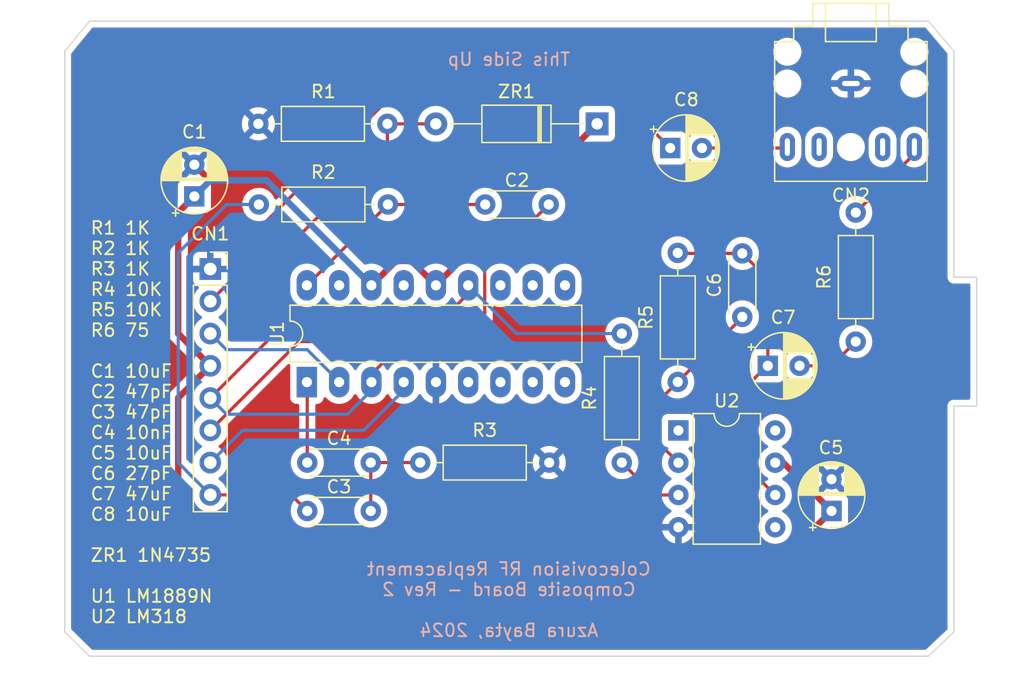
<source format=kicad_pcb>
(kicad_pcb (version 20211014) (generator pcbnew)

  (general
    (thickness 1.6)
  )

  (paper "A4")
  (layers
    (0 "F.Cu" signal)
    (31 "B.Cu" signal)
    (32 "B.Adhes" user "B.Adhesive")
    (33 "F.Adhes" user "F.Adhesive")
    (34 "B.Paste" user)
    (35 "F.Paste" user)
    (36 "B.SilkS" user "B.Silkscreen")
    (37 "F.SilkS" user "F.Silkscreen")
    (38 "B.Mask" user)
    (39 "F.Mask" user)
    (40 "Dwgs.User" user "User.Drawings")
    (41 "Cmts.User" user "User.Comments")
    (42 "Eco1.User" user "User.Eco1")
    (43 "Eco2.User" user "User.Eco2")
    (44 "Edge.Cuts" user)
    (45 "Margin" user)
    (46 "B.CrtYd" user "B.Courtyard")
    (47 "F.CrtYd" user "F.Courtyard")
    (48 "B.Fab" user)
    (49 "F.Fab" user)
    (50 "User.1" user)
    (51 "User.2" user)
    (52 "User.3" user)
    (53 "User.4" user)
    (54 "User.5" user)
    (55 "User.6" user)
    (56 "User.7" user)
    (57 "User.8" user)
    (58 "User.9" user)
  )

  (setup
    (pad_to_mask_clearance 0)
    (pcbplotparams
      (layerselection 0x00010fc_ffffffff)
      (disableapertmacros false)
      (usegerberextensions false)
      (usegerberattributes true)
      (usegerberadvancedattributes true)
      (creategerberjobfile true)
      (svguseinch false)
      (svgprecision 6)
      (excludeedgelayer true)
      (plotframeref false)
      (viasonmask false)
      (mode 1)
      (useauxorigin false)
      (hpglpennumber 1)
      (hpglpenspeed 20)
      (hpglpendiameter 15.000000)
      (dxfpolygonmode true)
      (dxfimperialunits true)
      (dxfusepcbnewfont true)
      (psnegative false)
      (psa4output false)
      (plotreference true)
      (plotvalue true)
      (plotinvisibletext false)
      (sketchpadsonfab false)
      (subtractmaskfromsilk false)
      (outputformat 1)
      (mirror false)
      (drillshape 1)
      (scaleselection 1)
      (outputdirectory "")
    )
  )

  (net 0 "")
  (net 1 "GND")
  (net 2 "Net-(C-J1-Pad2)")
  (net 3 "Net-(C-J1-Pad4)")
  (net 4 "Net-(C2-Pad1)")
  (net 5 "Net-(C3-Pad1)")
  (net 6 "Net-(C-J1-Pad3)")
  (net 7 "Net-(C2-Pad2)")
  (net 8 "Net-(C3-Pad2)")
  (net 9 "Net-(C4-Pad2)")
  (net 10 "Net-(R5-Pad1)")
  (net 11 "Net-(R5-Pad2)")
  (net 12 "Net-(C-J1-Pad7)")
  (net 13 "Net-(C7-Pad2)")
  (net 14 "Net-(R4-Pad2)")
  (net 15 "unconnected-(U1-Pad6)")
  (net 16 "unconnected-(U1-Pad7)")
  (net 17 "unconnected-(U1-Pad8)")
  (net 18 "Net-(C-J1-Pad6)")
  (net 19 "unconnected-(U1-Pad9)")
  (net 20 "unconnected-(U1-Pad10)")
  (net 21 "unconnected-(U1-Pad11)")
  (net 22 "unconnected-(U1-Pad12)")
  (net 23 "unconnected-(U1-Pad15)")
  (net 24 "unconnected-(U1-Pad17)")
  (net 25 "unconnected-(U2-Pad1)")
  (net 26 "unconnected-(U2-Pad5)")
  (net 27 "unconnected-(U2-Pad8)")
  (net 28 "VOut")
  (net 29 "AOut")

  (footprint "Capacitor_THT:C_Disc_D4.3mm_W1.9mm_P5.00mm" (layer "F.Cu") (at 37.385 50.165 180))

  (footprint "Capacitor_THT:C_Disc_D4.3mm_W1.9mm_P5.00mm" (layer "F.Cu") (at 32.385 53.975))

  (footprint "Package_DIP:DIP-18_W7.62mm_LongPads" (layer "F.Cu") (at 32.355 43.83 90))

  (footprint "Capacitor_THT:CP_Radial_D5.0mm_P2.50mm" (layer "F.Cu") (at 60.96 25.4))

  (footprint "Resistor_THT:R_Axial_DIN0207_L6.3mm_D2.5mm_P10.16mm_Horizontal" (layer "F.Cu") (at 57.15 40.005 -90))

  (footprint "Connector_PinSocket_2.54mm:PinSocket_1x08_P2.54mm_Vertical" (layer "F.Cu") (at 24.75 34.925))

  (footprint "Connector_Audio:Jack_3.5mm_CUI_SJ1-3525N_Horizontal" (layer "F.Cu") (at 75.184 20.32 180))

  (footprint "Capacitor_THT:CP_Radial_D5.0mm_P2.50mm" (layer "F.Cu") (at 73.66 53.975 90))

  (footprint "Diode_THT:D_A-405_P12.70mm_Horizontal" (layer "F.Cu") (at 55.205 23.495 180))

  (footprint "Capacitor_THT:CP_Radial_D5.0mm_P2.50mm" (layer "F.Cu") (at 68.644888 42.545))

  (footprint "Resistor_THT:R_Axial_DIN0207_L6.3mm_D2.5mm_P10.16mm_Horizontal" (layer "F.Cu") (at 28.535 23.495))

  (footprint "Capacitor_THT:CP_Radial_D5.0mm_P2.50mm" (layer "F.Cu") (at 23.495 29.21 90))

  (footprint "Resistor_THT:R_Axial_DIN0207_L6.3mm_D2.5mm_P10.16mm_Horizontal" (layer "F.Cu") (at 38.735 29.845 180))

  (footprint "Resistor_THT:R_Axial_DIN0207_L6.3mm_D2.5mm_P10.16mm_Horizontal" (layer "F.Cu") (at 61.555 43.815 90))

  (footprint "Resistor_THT:R_Axial_DIN0207_L6.3mm_D2.5mm_P10.16mm_Horizontal" (layer "F.Cu") (at 51.435 50.165 180))

  (footprint "Capacitor_THT:C_Disc_D4.3mm_W1.9mm_P5.00mm" (layer "F.Cu") (at 66.635 38.695 90))

  (footprint "Resistor_THT:R_Axial_DIN0207_L6.3mm_D2.5mm_P10.16mm_Horizontal" (layer "F.Cu") (at 75.565 40.64 90))

  (footprint "Package_DIP:DIP-8_W7.62mm" (layer "F.Cu") (at 61.605 47.635))

  (footprint "Capacitor_THT:C_Disc_D4.3mm_W1.9mm_P5.00mm" (layer "F.Cu") (at 51.395 29.845 180))

  (footprint "CustomFootprints:Basic Ass Solder Pad" (layer "B.Cu") (at 64.77 62.23 180))

  (footprint "CustomFootprints:Basic Ass Solder Pad" (layer "B.Cu") (at 31.75 18.542 180))

  (footprint "CustomFootprints:Basic Ass Solder Pad" (layer "B.Cu") (at 31.75 62.23 180))

  (footprint "CustomFootprints:Basic Ass Solder Pad" (layer "B.Cu") (at 64.77 18.542 180))

  (footprint "CustomFootprints:Basic Ass Solder Pad" (layer "B.Cu") (at 16.51 40.64 180))

  (footprint "CustomFootprints:Basic Ass Solder Pad" (layer "B.Cu") (at 80.518 40.64 180))

  (gr_line (start 13.295 17.78) (end 15.24 15.405) (layer "Edge.Cuts") (width 0.1) (tstamp 0c3a5b51-ff57-4275-94ac-3f9c682b6c78))
  (gr_line (start 15.24 15.405) (end 81.28 15.405) (layer "Edge.Cuts") (width 0.1) (tstamp 255b6a48-cb32-4004-bf95-9cf9325a4cba))
  (gr_line (start 81.28 65.405) (end 83.295 63.5) (layer "Edge.Cuts") (width 0.1) (tstamp 3c9d5989-c2b0-47b5-ae63-ea0b85853d4a))
  (gr_line (start 13.295 63.5) (end 13.295 17.78) (layer "Edge.Cuts") (width 0.1) (tstamp 5d4a7816-5ccb-4e21-b2c3-9d7c2ae3e05a))
  (gr_line (start 81.28 65.405) (end 15.24 65.405) (layer "Edge.Cuts") (width 0.1) (tstamp 698e51c3-445a-4ce2-8364-5298d9f48d09))
  (gr_line (start 83.295 45.72) (end 83.295 63.5) (layer "Edge.Cuts") (width 0.1) (tstamp 6ba1b658-d48f-466d-b2c7-10d4c4606941))
  (gr_line (start 85.09 35.56) (end 83.295 35.56) (layer "Edge.Cuts") (width 0.1) (tstamp 728181c4-0985-4bbd-bdb6-9fa7bc49b04f))
  (gr_line (start 15.24 65.405) (end 13.295 63.5) (layer "Edge.Cuts") (width 0.1) (tstamp ae8cb0c0-0a84-4a15-a810-fff882678349))
  (gr_line (start 83.295 45.72) (end 85.09 45.72) (layer "Edge.Cuts") (width 0.1) (tstamp ae8f6810-da97-442b-8d4a-f3b148749bd0))
  (gr_line (start 83.295 17.78) (end 83.295 35.56) (layer "Edge.Cuts") (width 0.1) (tstamp b2aacd03-cfb4-4a8c-be1c-8c8725439b2d))
  (gr_line (start 85.09 45.72) (end 85.09 35.56) (layer "Edge.Cuts") (width 0.1) (tstamp e8e2ea30-84e7-43e1-bf8f-06a8644d950a))
  (gr_line (start 83.295 17.78) (end 81.28 15.405) (layer "Edge.Cuts") (width 0.1) (tstamp ee9e7464-0e5a-44fa-b26d-88371579710c))
  (gr_text "This Side Up" (at 48.26 18.415) (layer "B.SilkS") (tstamp 1e8cd021-912e-4b63-8222-3025c15bc12c)
    (effects (font (size 1 1) (thickness 0.15)) (justify mirror))
  )
  (gr_text "Colecovision RF Replacement\nComposite Board - Rev 2\n\nAzura Bayta, 2024" (at 48.26 60.96) (layer "B.SilkS") (tstamp c2dbb30b-b7c8-4f18-ae2d-8dea3a28db48)
    (effects (font (size 1 1) (thickness 0.15)) (justify mirror))
  )
  (gr_text "R1 1K\nR2 1K\nR3 1K\nR4 10K\nR5 10K\nR6 75\n\nC1 10uF\nC2 47pF\nC3 47pF\nC4 10nF\nC5 10uF\nC6 27pF\nC7 47uF\nC8 10uF\n\nZR1 1N4735\n\nU1 LM1889N\nU2 LM318" (at 15.24 46.99) (layer "F.SilkS") (tstamp 979c51e5-6225-499f-975f-ab4f4eccb2a1)
    (effects (font (size 1 1) (thickness 0.15)) (justify left))
  )

  (segment (start 24.75 34.95) (end 24.75 34.925) (width 0.25) (layer "F.Cu") (net 1) (tstamp 15272aa1-7a5f-49fe-a970-2a812e8ab7b4))
  (segment (start 38.735 21.59) (end 57.15 21.59) (width 0.25) (layer "F.Cu") (net 2) (tstamp 00bdf0b9-202a-44e9-b794-4c1ab759a299))
  (segment (start 57.15 21.59) (end 60.96 25.4) (width 0.25) (layer "F.Cu") (net 2) (tstamp 451d20b5-9f34-45b7-8fa7-01b99decd3f1))
  (segment (start 24.75 37.465) (end 26.655 35.56) (width 0.25) (layer "F.Cu") (net 2) (tstamp 4d96412d-c7a6-4203-b0b5-1418211393c8))
  (segment (start 26.67 35.56) (end 26.67 33.655) (width 0.25) (layer "F.Cu") (net 2) (tstamp b89091d5-1a35-4faf-8245-ca76928ca0c5))
  (segment (start 26.655 35.56) (end 26.67 35.56) (width 0.25) (layer "F.Cu") (net 2) (tstamp da2567d0-bb9f-41da-97cf-67efff57ab06))
  (segment (start 26.67 33.655) (end 38.735 21.59) (width 0.25) (layer "F.Cu") (net 2) (tstamp f250da8e-4936-4b33-aa5d-a8ae7d9fc101))
  (segment (start 24.75 42.545) (end 22.86 40.655) (width 0.5) (layer "F.Cu") (net 3) (tstamp 0168f591-9231-40c4-a676-2a9026fe5997))
  (segment (start 22.86 40.64) (end 22.225 40.005) (width 0.5) (layer "F.Cu") (net 3) (tstamp 0c6eeb1c-9e55-4c18-82c9-5162e2d05d80))
  (segment (start 22.225 45.07) (end 22.225 52.575226) (width 0.5) (layer "F.Cu") (net 3) (tstamp 347357bb-46d1-4de7-b786-df60761916c0))
  (segment (start 27.434774 57.785) (end 69.85 57.785) (width 0.5) (layer "F.Cu") (net 3) (tstamp 34d8d1ed-6a0d-47a0-92f5-10f50dad5c79))
  (segment (start 22.225 30.48) (end 23.495 29.21) (width 0.5) (layer "F.Cu") (net 3) (tstamp 36910084-ca6a-4e6b-9946-dd5f13a6382d))
  (segment (start 37.45 36.21) (end 39.37 34.29) (width 0.5) (layer "F.Cu") (net 3) (tstamp 57d79253-248d-4da3-9645-0fd587b49f52))
  (segment (start 69.85 50.165) (end 69.235 50.165) (width 0.5) (layer "F.Cu") (net 3) (tstamp 59abf59c-6b5e-4783-a09f-bc7ee9fca161))
  (segment (start 39.37 34.29) (end 40.595 34.29) (width 0.5) (layer "F.Cu") (net 3) (tstamp 5d3ea5dd-81ea-4cb3-a32d-1b51a7f62c83))
  (segment (start 37.435 36.21) (end 37.45 36.21) (width 0.5) (layer "F.Cu") (net 3) (tstamp 7bf5f465-c2f6-4f35-85bc-4878d1efb2d5))
  (segment (start 69.85 57.785) (end 73.66 53.975) (width 0.5) (layer "F.Cu") (net 3) (tstamp 80c039bf-ba47-46c5-b044-f64cb4dad383))
  (segment (start 24.75 42.545) (end 22.225 45.07) (width 0.5) (layer "F.Cu") (net 3) (tstamp 8c7df966-8213-4ecb-8d69-cf3830b41c54))
  (segment (start 73.66 53.975) (end 69.85 50.165) (width 0.5) (layer "F.Cu") (net 3) (tstamp 951af5b7-be07-478a-b9e7-689f4ab028c2))
  (segment (start 22.86 40.655) (end 22.86 40.64) (width 0.5) (layer "F.Cu") (net 3) (tstamp 95bfddf8-8633-4e4a-925d-1440d59b1742))
  (segment (start 42.515 36.185) (end 55.205 23.495) (width 0.5) (layer "F.Cu") (net 3) (tstamp 96e2318d-aaaf-440c-8dc9-9dbd7e4318a7))
  (segment (start 69.235 50.165) (end 69.225 50.175) (width 0.5) (layer "F.Cu") (net 3) (tstamp a1c6adbe-979f-42ac-b48b-1a1bbcc1e68f))
  (segment (start 42.515 36.21) (end 42.515 36.185) (width 0.5) (layer "F.Cu") (net 3) (tstamp abccf0d9-1b3f-4d50-8583-29e4ec53963f))
  (segment (start 22.225 52.575226) (end 27.434774 57.785) (width 0.5) (layer "F.Cu") (net 3) (tstamp c9354e69-f2e6-4368-a2a9-de7c77d82160))
  (segment (start 40.595 34.29) (end 42.515 36.21) (width 0.5) (layer "F.Cu") (net 3) (tstamp ce51d1cc-2d8e-4e7e-8cd0-118e4ee5900e))
  (segment (start 22.225 40.005) (end 22.225 30.48) (width 0.5) (layer "F.Cu") (net 3) (tstamp dbf2711c-878f-4264-82cd-e0548111dde0))
  (segment (start 29.165 27.94) (end 24.765 27.94) (width 0.5) (layer "B.Cu") (net 3) (tstamp 2feb671f-98a4-4235-be6d-f0e34de855ac))
  (segment (start 24.765 27.94) (end 23.495 29.21) (width 0.5) (layer "B.Cu") (net 3) (tstamp bdfd45fa-5963-403b-93dd-46ad05bc1255))
  (segment (start 37.435 36.21) (end 29.165 27.94) (width 0.5) (layer "B.Cu") (net 3) (tstamp d0347578-bed8-4101-ad53-b7cb08181227))
  (segment (start 37.435 43.83) (end 37.435 43.21) (width 0.25) (layer "F.Cu") (net 4) (tstamp 20f42d46-c0af-4bd9-a8cd-50e03c24f910))
  (segment (start 44.45 40.64) (end 46.355 38.735) (width 0.25) (layer "F.Cu") (net 4) (tstamp 36b523d6-1567-4ca0-bbad-d0da782177b5))
  (segment (start 38.695 23.495) (end 42.505 23.495) (width 0.25) (layer "F.Cu") (net 4) (tstamp 4f98919c-3c53-4e3e-9509-238fbbdeb43e))
  (segment (start 38.695 25.36) (end 38.695 23.495) (width 0.25) (layer "F.Cu") (net 4) (tstamp 55b3ad09-ab92-4ff2-8ac9-90540c35869f))
  (segment (start 24.75 45.085) (end 29.21 40.625) (width 0.25) (layer "F.Cu") (net 4) (tstamp 77bf061a-f70b-4010-885e-40942d8290f0))
  (segment (start 37.435 43.21) (end 40.005 40.64) (width 0.25) (layer "F.Cu") (net 4) (tstamp 77d41709-7609-4d95-8862-e7eb99e5710b))
  (segment (start 40.005 40.64) (end 44.45 40.64) (width 0.25) (layer "F.Cu") (net 4) (tstamp 8aa35409-9565-4d6a-aa68-ba99e72fa5cb))
  (segment (start 46.355 38.735) (end 46.355 34.885) (width 0.25) (layer "F.Cu") (net 4) (tstamp 8b443cbb-98d6-43b2-8831-59a6b94f4ded))
  (segment (start 46.355 34.885) (end 51.395 29.845) (width 0.25) (layer "F.Cu") (net 4) (tstamp 90208129-a119-4c27-bfef-56540d576569))
  (segment (start 29.21 40.625) (end 29.21 34.845) (width 0.25) (layer "F.Cu") (net 4) (tstamp e9f8dc9d-66aa-40cd-8a55-9f588a225893))
  (segment (start 29.21 34.845) (end 38.695 25.36) (width 0.25) (layer "F.Cu") (net 4) (tstamp fed435f7-0a0a-44ea-9761-fe760352c33c))
  (segment (start 37.435 44.48) (end 35.56 46.355) (width 0.25) (layer "B.Cu") (net 4) (tstamp 1bd9075c-f2cb-46ac-b589-5b7580a6203a))
  (segment (start 37.435 43.83) (end 37.435 44.48) (width 0.25) (layer "B.Cu") (net 4) (tstamp 7fd0d9ab-49be-426f-81a2-ea95be4cb9d2))
  (segment (start 35.56 46.355) (end 26.02 46.355) (width 0.25) (layer "B.Cu") (net 4) (tstamp a7a231b8-05c7-4b80-8fa7-032628570182))
  (segment (start 26.02 46.355) (end 24.75 45.085) (width 0.25) (layer "B.Cu") (net 4) (tstamp bcf7b73a-24f3-4ba3-9899-083b869fbd6e))
  (segment (start 32.385 53.975) (end 31.115 52.705) (width 0.25) (layer "F.Cu") (net 5) (tstamp 2142e688-ca6d-4fcd-99bd-0a3e1a08e5df))
  (segment (start 31.115 52.705) (end 24.75 52.705) (width 0.25) (layer "F.Cu") (net 5) (tstamp 8ee071bc-1474-4613-8bd7-752f3889a637))
  (segment (start 28.575 29.845) (end 26.035 29.845) (width 0.25) (layer "B.Cu") (net 5) (tstamp 21b675b6-b330-4230-a3c0-0a8bb69248c2))
  (segment (start 22.225 50.165) (end 22.86 50.8) (width 0.25) (layer "B.Cu") (net 5) (tstamp 2ffc05c8-9432-490e-8f07-8698e62e1ec6))
  (segment (start 22.225 33.655) (end 22.225 50.165) (width 0.25) (layer "B.Cu") (net 5) (tstamp 6958c35b-17ff-46e9-a385-0ad8d8f763a2))
  (segment (start 26.035 29.845) (end 22.225 33.655) (width 0.25) (layer "B.Cu") (net 5) (tstamp 7bf30916-433d-4054-977a-4128a542a410))
  (segment (start 24.75 52.705) (end 22.86 50.815) (width 0.25) (layer "B.Cu") (net 5) (tstamp 8d52d9cb-4103-4bd3-be8c-0573456159b9))
  (segment (start 32.385 41.275) (end 34.895 43.785) (width 0.25) (layer "B.Cu") (net 6) (tstamp 11802b7a-cc84-4436-b729-62a579492bde))
  (segment (start 24.75 40.005) (end 26.0275 41.2825) (width 0.25) (layer "B.Cu") (net 6) (tstamp 3e13584c-8ae7-4368-9354-f3b8269b3ce5))
  (segment (start 26.0275 41.2825) (end 26.035 41.275) (width 0.25) (layer "B.Cu") (net 6) (tstamp 48573f88-794b-45ee-ae7f-b62a638072d6))
  (segment (start 26.035 41.275) (end 32.385 41.275) (width 0.25) (layer "B.Cu") (net 6) (tstamp 57197d45-9629-4383-a9ed-76b8ddeea09c))
  (segment (start 34.895 43.785) (end 34.895 43.83) (width 0.25) (layer "B.Cu") (net 6) (tstamp f4fc9250-698a-46fd-affb-d0e743854213))
  (segment (start 38.735 29.845) (end 46.395 29.845) (width 0.25) (layer "F.Cu") (net 7) (tstamp 03591a71-bf61-4312-81fc-c2ec37d5ce0c))
  (segment (start 38.735 29.845) (end 35.56 33.02) (width 0.25) (layer "F.Cu") (net 7) (tstamp 1de6bb20-a370-4754-ad5b-c3f2a6bb5e91))
  (segment (start 35.545 33.02) (end 32.355 36.21) (width 0.25) (layer "F.Cu") (net 7) (tstamp 5336ec9b-daa8-4be8-b6a9-b87951641b55))
  (segment (start 35.56 33.02) (end 35.545 33.02) (width 0.25) (layer "F.Cu") (net 7) (tstamp f7d78f23-5adf-4ba9-ba97-24567be62934))
  (segment (start 41.275 50.165) (end 37.385 50.165) (width 0.25) (layer "F.Cu") (net 8) (tstamp b20aeec0-5ee5-43c5-8f4a-1dc685b6ade2))
  (segment (start 37.385 53.975) (end 37.385 50.165) (width 0.25) (layer "F.Cu") (net 8) (tstamp c77b3d15-72e2-47b1-8a88-fd7492f1d25b))
  (segment (start 32.385 43.86) (end 32.355 43.83) (width 0.25) (layer "F.Cu") (net 9) (tstamp 24d89dee-0dd0-4e37-a3b9-9776902bb79f))
  (segment (start 32.385 50.165) (end 32.385 43.86) (width 0.25) (layer "F.Cu") (net 9) (tstamp c5ad8fca-f568-416a-8dbd-52aa21469f77))
  (segment (start 61.555 43.815) (end 66.635 38.735) (width 0.25) (layer "F.Cu") (net 10) (tstamp 0b944619-d67e-479f-9962-b6879572af98))
  (segment (start 59.69 48.26) (end 59.69 45.68) (width 0.25) (layer "F.Cu") (net 10) (tstamp 28ea5fb1-82a9-4f30-a4cf-4b8c7c9ec8f2))
  (segment (start 66.635 38.735) (end 66.635 38.695) (width 0.25) (layer "F.Cu") (net 10) (tstamp 4f43ba37-4bbc-4936-a02a-287f7e29b888))
  (segment (start 61.605 50.175) (end 59.69 48.26) (width 0.25) (layer "F.Cu") (net 10) (tstamp 878b35c8-7a02-4f99-94c3-257b09d450a9))
  (segment (start 59.69 45.68) (end 61.555 43.815) (width 0.25) (layer "F.Cu") (net 10) (tstamp c97ca75e-c5f5-46e6-8f8d-d70221f93520))
  (segment (start 67.31 43.815) (end 68.58 42.545) (width 0.25) (layer "F.Cu") (net 11) (tstamp 0d97edfe-1b65-4b9c-9914-493cb6105e34))
  (segment (start 69.225 52.715) (end 67.31 50.8) (width 0.25) (layer "F.Cu") (net 11) (tstamp 1bea0437-525a-4ad1-9228-9ca984f1b05c))
  (segment (start 68.644888 35.704888) (end 66.635 33.695) (width 0.25) (layer "F.Cu") (net 11) (tstamp 225947d1-2d7a-49c2-90d0-63455371921d))
  (segment (start 66.635 33.695) (end 61.595 33.695) (width 0.25) (layer "F.Cu") (net 11) (tstamp 32b0f748-1225-428b-98f3-6b7ee2e4e858))
  (segment (start 68.644888 42.545) (end 68.644888 35.704888) (width 0.25) (layer "F.Cu") (net 11) (tstamp 6aab5695-9ab8-4abe-871f-4da7ddefe3db))
  (segment (start 61.595 33.695) (end 61.555 33.655) (width 0.25) (layer "F.Cu") (net 11) (tstamp 80988b01-fa00-4478-8662-bd6d5bbe75d2))
  (segment (start 68.58 42.545) (end 68.644888 42.545) (width 0.25) (layer "F.Cu") (net 11) (tstamp 9eeee37f-c40e-4f8c-b63f-7d35638f7e1c))
  (segment (start 67.31 50.8) (end 67.31 43.815) (width 0.25) (layer "F.Cu") (net 11) (tstamp b519d44f-96b0-42bf-befc-b2beec3d0a18))
  (segment (start 27.29 47.625) (end 24.75 50.165) (width 0.25) (layer "B.Cu") (net 12) (tstamp 165e39d6-0366-48f0-88ba-96448d417e0f))
  (segment (start 36.83 47.625) (end 27.29 47.625) (width 0.25) (layer "B.Cu") (net 12) (tstamp adf2d4a9-f289-4376-a1ec-088904ad97fb))
  (segment (start 39.975 43.83) (end 39.975 44.48) (width 0.25) (layer "B.Cu") (net 12) (tstamp bb26b2c6-1374-425b-8acc-d1fab2151c5b))
  (segment (start 39.975 44.48) (end 36.83 47.625) (width 0.25) (layer "B.Cu") (net 12) (tstamp e954bab2-3bfd-4b1a-8d54-16600a1cdaf3))
  (segment (start 71.144888 42.545) (end 73.66 42.545) (width 0.25) (layer "F.Cu") (net 13) (tstamp 8aae02cc-0c08-41ff-a3d0-88faf5ecbf0b))
  (segment (start 73.66 42.545) (end 75.565 40.64) (width 0.25) (layer "F.Cu") (net 13) (tstamp e6546c87-1ec0-43ab-a756-e50d2e3d8633))
  (segment (start 61.605 52.715) (end 59.7 52.715) (width 0.25) (layer "F.Cu") (net 14) (tstamp 4e4bf6c6-1808-4358-9897-38a3d4b64705))
  (segment (start 59.7 52.715) (end 57.15 50.165) (width 0.25) (layer "F.Cu") (net 14) (tstamp eb3df5ed-5d62-43e7-bbac-7e8826e9447b))
  (segment (start 24.75 47.625) (end 31.735 40.64) (width 0.25) (layer "F.Cu") (net 18) (tstamp 26b10808-04c2-4a27-bdcc-158f2a4bde20))
  (segment (start 45.055 36.86) (end 45.055 36.21) (width 0.25) (layer "F.Cu") (net 18) (tstamp 7327e8a1-b9a5-4771-8d7d-c38bd4a7fc6e))
  (segment (start 31.735 40.64) (end 36.83 40.64) (width 0.25) (layer "F.Cu") (net 18) (tstamp 82590533-56c3-48fa-8931-88073c827e94))
  (segment (start 36.83 40.64) (end 38.735 38.735) (width 0.25) (layer "F.Cu") (net 18) (tstamp aaf5914e-5111-457f-9bef-9f52afe72162))
  (segment (start 43.18 38.735) (end 45.055 36.86) (width 0.25) (layer "F.Cu") (net 18) (tstamp b7240a92-e054-4774-8cd0-a96a5c3c5fe6))
  (segment (start 38.735 38.735) (end 43.18 38.735) (width 0.25) (layer "F.Cu") (net 18) (tstamp c03d1086-8ec2-4233-aaa2-ea7a6a6528ee))
  (segment (start 57.15 40.005) (end 48.85 40.005) (width 0.25) (layer "B.Cu") (net 18) (tstamp 0bed007e-6768-48a4-9dc9-57066805fdba))
  (segment (start 48.85 40.005) (end 45.055 36.21) (width 0.25) (layer "B.Cu") (net 18) (tstamp f3afeac4-b3a2-471e-ab88-ba3328968d5a))
  (segment (start 80.184 25.861) (end 80.184 25.32) (width 0.25) (layer "F.Cu") (net 28) (tstamp 65faf03c-3978-410f-b245-4f5be963c500))
  (segment (start 75.565 30.48) (end 80.184 25.861) (width 0.25) (layer "F.Cu") (net 28) (tstamp bc9673e6-77fd-4791-88b6-04a71289c3d0))
  (segment (start 70.104 25.4) (end 70.184 25.32) (width 0.25) (layer "F.Cu") (net 29) (tstamp 63e61f95-4d0f-4cf4-ac1b-8c08fb70a471))
  (segment (start 63.46 25.4) (end 70.104 25.4) (width 0.25) (layer "F.Cu") (net 29) (tstamp 71143fa1-4102-4944-9e19-37a836ca382f))

  (zone (net 1) (net_name "GND") (layers F&B.Cu) (tstamp 0af215fb-c10c-48a0-b6b4-cb7411f7ea1d) (hatch edge 0.508)
    (connect_pads (clearance 0.508))
    (min_thickness 0.254) (filled_areas_thickness no)
    (fill yes (thermal_gap 0.508) (thermal_bridge_width 0.508))
    (polygon
      (pts
        (xy 87.63 44.45)
        (xy 83.82 66.04)
        (xy 12.7 66.04)
        (xy 12.7 15.24)
        (xy 83.82 15.24)
      )
    )
    (filled_polygon
      (layer "F.Cu")
      (pts
        (xy 81.054349 15.933502)
        (xy 81.082307 15.957984)
        (xy 82.752714 17.926825)
        (xy 82.756579 17.931381)
        (xy 82.785398 17.996266)
        (xy 82.7865 18.012897)
        (xy 82.7865 35.551377)
        (xy 82.786498 35.552147)
        (xy 82.786024 35.629721)
        (xy 82.791165 35.647707)
        (xy 82.79415 35.658153)
        (xy 82.797728 35.674915)
        (xy 82.80192 35.704187)
        (xy 82.805634 35.712355)
        (xy 82.805634 35.712356)
        (xy 82.812548 35.727562)
        (xy 82.818996 35.745086)
        (xy 82.826051 35.769771)
        (xy 82.830843 35.777365)
        (xy 82.830844 35.777368)
        (xy 82.84183 35.79478)
        (xy 82.849969 35.809863)
        (xy 82.862208 35.836782)
        (xy 82.868069 35.843584)
        (xy 82.87897 35.856235)
        (xy 82.890073 35.871239)
        (xy 82.903776 35.892958)
        (xy 82.910501 35.898897)
        (xy 82.910504 35.898901)
        (xy 82.925938 35.912532)
        (xy 82.937982 35.924724)
        (xy 82.951427 35.940327)
        (xy 82.95143 35.940329)
        (xy 82.957287 35.947127)
        (xy 82.964816 35.952007)
        (xy 82.964817 35.952008)
        (xy 82.978835 35.961094)
        (xy 82.993709 35.972385)
        (xy 83.001372 35.979152)
        (xy 83.012951 35.989378)
        (xy 83.039711 36.001942)
        (xy 83.054691 36.010263)
        (xy 83.071983 36.021471)
        (xy 83.071988 36.021473)
        (xy 83.079515 36.026352)
        (xy 83.088108 36.028922)
        (xy 83.088113 36.028924)
        (xy 83.10412 36.033711)
        (xy 83.121564 36.040372)
        (xy 83.136676 36.047467)
        (xy 83.136678 36.047468)
        (xy 83.1448 36.051281)
        (xy 83.153667 36.052662)
        (xy 83.153668 36.052662)
        (xy 83.16331 36.054163)
        (xy 83.174017 36.05583)
        (xy 83.190732 36.059613)
        (xy 83.210466 36.065515)
        (xy 83.210472 36.065516)
        (xy 83.219066 36.068086)
        (xy 83.228037 36.068141)
        (xy 83.228038 36.068141)
        (xy 83.238097 36.068202)
        (xy 83.253506 36.068296)
        (xy 83.254289 36.068329)
        (xy 83.255386 36.0685)
        (xy 83.286377 36.0685)
        (xy 83.287147 36.068502)
        (xy 83.360785 36.068952)
        (xy 83.360786 36.068952)
        (xy 83.364721 36.068976)
        (xy 83.366065 36.068592)
        (xy 83.36741 36.0685)
        (xy 84.4555 36.0685)
        (xy 84.523621 36.088502)
        (xy 84.570114 36.142158)
        (xy 84.5815 36.1945)
        (xy 84.5815 45.0855)
        (xy 84.561498 45.153621)
        (xy 84.507842 45.200114)
        (xy 84.4555 45.2115)
        (xy 83.303623 45.2115)
        (xy 83.302853 45.211498)
        (xy 83.302037 45.211493)
        (xy 83.225279 45.211024)
        (xy 83.202918 45.217415)
        (xy 83.196847 45.21915)
        (xy 83.180085 45.222728)
        (xy 83.150813 45.22692)
        (xy 83.142645 45.230634)
        (xy 83.142644 45.230634)
        (xy 83.127438 45.237548)
        (xy 83.109914 45.243996)
        (xy 83.085229 45.251051)
        (xy 83.077635 45.255843)
        (xy 83.077632 45.255844)
        (xy 83.06022 45.26683)
        (xy 83.045137 45.274969)
        (xy 83.018218 45.287208)
        (xy 83.011416 45.293069)
        (xy 82.998765 45.30397)
        (xy 82.983761 45.315073)
        (xy 82.962042 45.328776)
        (xy 82.956103 45.335501)
        (xy 82.956099 45.335504)
        (xy 82.942468 45.350938)
        (xy 82.930276 45.362982)
        (xy 82.914673 45.376427)
        (xy 82.914671 45.37643)
        (xy 82.907873 45.382287)
        (xy 82.902993 45.389816)
        (xy 82.902992 45.389817)
        (xy 82.893906 45.403835)
        (xy 82.882615 45.418709)
        (xy 82.871569 45.431217)
        (xy 82.865622 45.437951)
        (xy 82.858737 45.452616)
        (xy 82.853058 45.464711)
        (xy 82.844737 45.479691)
        (xy 82.833529 45.496983)
        (xy 82.833527 45.496988)
        (xy 82.828648 45.504515)
        (xy 82.826078 45.513108)
        (xy 82.826076 45.513113)
        (xy 82.821289 45.52912)
        (xy 82.814628 45.546564)
        (xy 82.812363 45.551389)
        (xy 82.803719 45.5698)
        (xy 82.802338 45.578667)
        (xy 82.802338 45.578668)
        (xy 82.79917 45.599015)
        (xy 82.795387 45.615732)
        (xy 82.789485 45.635466)
        (xy 82.789484 45.635472)
        (xy 82.786914 45.644066)
        (xy 82.786859 45.653037)
        (xy 82.786859 45.653038)
        (xy 82.786704 45.678497)
        (xy 82.786671 45.679289)
        (xy 82.7865 45.680386)
        (xy 82.7865 45.711377)
        (xy 82.786498 45.712147)
        (xy 82.786024 45.789721)
        (xy 82.786408 45.791065)
        (xy 82.7865 45.79241)
        (xy 82.7865 63.226693)
        (xy 82.766498 63.294814)
        (xy 82.747061 63.318253)
        (xy 82.145339 63.887127)
        (xy 81.11411 64.86206)
        (xy 81.050868 64.894323)
        (xy 81.027549 64.8965)
        (xy 15.498965 64.8965)
        (xy 15.430844 64.876498)
        (xy 15.4108 64.860516)
        (xy 14.421156 63.891224)
        (xy 13.841335 63.323328)
        (xy 13.806664 63.261373)
        (xy 13.8035 63.233312)
        (xy 13.8035 52.548575)
        (xy 21.461801 52.548575)
        (xy 21.462394 52.555867)
        (xy 21.462394 52.55587)
        (xy 21.466085 52.601244)
        (xy 21.4665 52.611459)
        (xy 21.4665 52.619519)
        (xy 21.466925 52.623163)
        (xy 21.469789 52.647733)
        (xy 21.470222 52.652108)
        (xy 21.475524 52.717288)
        (xy 21.47614 52.724863)
        (xy 21.478396 52.731827)
        (xy 21.479587 52.737786)
        (xy 21.480971 52.743641)
        (xy 21.481818 52.750907)
        (xy 21.506735 52.819553)
        (xy 21.508152 52.823681)
        (xy 21.530649 52.893125)
        (xy 21.534445 52.89938)
        (xy 21.536951 52.904854)
        (xy 21.53967 52.910284)
        (xy 21.542167 52.917163)
        (xy 21.54618 52.923283)
        (xy 21.54618 52.923284)
        (xy 21.582186 52.978202)
        (xy 21.584523 52.981906)
        (xy 21.622405 53.044333)
        (xy 21.626121 53.048541)
        (xy 21.626122 53.048542)
        (xy 21.629803 53.05271)
        (xy 21.629776 53.052734)
        (xy 21.632429 53.055726)
        (xy 21.635132 53.058959)
        (xy 21.639144 53.065078)
        (xy 21.644456 53.07011)
        (xy 21.695383 53.118354)
        (xy 21.697825 53.120732)
        (xy 26.851004 58.273911)
        (xy 26.86339 58.288323)
        (xy 26.871923 58.299918)
        (xy 26.871928 58.299923)
        (xy 26.876266 58.305818)
        (xy 26.881844 58.310557)
        (xy 26.881847 58.31056)
        (xy 26.916542 58.340035)
        (xy 26.924058 58.346965)
        (xy 26.929753 58.35266)
        (xy 26.932635 58.35494)
        (xy 26.952025 58.370281)
        (xy 26.955429 58.373072)
        (xy 27.005477 58.415591)
        (xy 27.011059 58.420333)
        (xy 27.017575 58.423661)
        (xy 27.022624 58.427028)
        (xy 27.027753 58.430195)
        (xy 27.03349 58.434734)
        (xy 27.099649 58.465655)
        (xy 27.103543 58.467558)
        (xy 27.168582 58.500769)
        (xy 27.17569 58.502508)
        (xy 27.181333 58.504607)
        (xy 27.187096 58.506524)
        (xy 27.193724 58.509622)
        (xy 27.200886 58.511112)
        (xy 27.200887 58.511112)
        (xy 27.265186 58.524486)
        (xy 27.26947 58.525456)
        (xy 27.340384 58.542808)
        (xy 27.345986 58.543156)
        (xy 27.345989 58.543156)
        (xy 27.351538 58.5435)
        (xy 27.351536 58.543536)
        (xy 27.355529 58.543775)
        (xy 27.359721 58.544149)
        (xy 27.366889 58.54564)
        (xy 27.444294 58.543546)
        (xy 27.447702 58.5435)
        (xy 69.78293 58.5435)
        (xy 69.80188 58.544933)
        (xy 69.816115 58.547099)
        (xy 69.816119 58.547099)
        (xy 69.823349 58.548199)
        (xy 69.830641 58.547606)
        (xy 69.830644 58.547606)
        (xy 69.876018 58.543915)
        (xy 69.886233 58.5435)
        (xy 69.894293 58.5435)
        (xy 69.91168 58.541473)
        (xy 69.922507 58.540211)
        (xy 69.926882 58.539778)
        (xy 69.992339 58.534454)
        (xy 69.992342 58.534453)
        (xy 69.999637 58.53386)
        (xy 70.006601 58.531604)
        (xy 70.01256 58.530413)
        (xy 70.018415 58.529029)
        (xy 70.025681 58.528182)
        (xy 70.094327 58.503265)
        (xy 70.098455 58.501848)
        (xy 70.160936 58.481607)
        (xy 70.160938 58.481606)
        (xy 70.167899 58.479351)
        (xy 70.174154 58.475555)
        (xy 70.179628 58.473049)
        (xy 70.185058 58.47033)
        (xy 70.191937 58.467833)
        (xy 70.198058 58.46382)
        (xy 70.252976 58.427814)
        (xy 70.25668 58.425477)
        (xy 70.319107 58.387595)
        (xy 70.327484 58.380197)
        (xy 70.327508 58.380224)
        (xy 70.3305 58.377571)
        (xy 70.333733 58.374868)
        (xy 70.339852 58.370856)
        (xy 70.393128 58.314617)
        (xy 70.395506 58.312175)
        (xy 73.387276 55.320405)
        (xy 73.449588 55.286379)
        (xy 73.476371 55.2835)
        (xy 74.508134 55.2835)
        (xy 74.570316 55.276745)
        (xy 74.706705 55.225615)
        (xy 74.823261 55.138261)
        (xy 74.910615 55.021705)
        (xy 74.961745 54.885316)
        (xy 74.9685 54.823134)
        (xy 74.9685 53.126866)
        (xy 74.961745 53.064684)
        (xy 74.910615 52.928295)
        (xy 74.823261 52.811739)
        (xy 74.706705 52.724385)
        (xy 74.570316 52.673255)
        (xy 74.526748 52.668522)
        (xy 74.511514 52.666867)
        (xy 74.511511 52.666867)
        (xy 74.508134 52.6665)
        (xy 74.504815 52.6665)
        (xy 74.43789 52.642847)
        (xy 74.402196 52.596844)
        (xy 74.400266 52.597859)
        (xy 74.394558 52.587)
        (xy 74.394368 52.586755)
        (xy 74.394347 52.586597)
        (xy 74.374356 52.548566)
        (xy 73.301922 51.476132)
        (xy 74.024408 51.476132)
        (xy 74.024539 51.477965)
        (xy 74.02879 51.48458)
        (xy 74.734287 52.190077)
        (xy 74.746062 52.196507)
        (xy 74.758077 52.187211)
        (xy 74.793931 52.136006)
        (xy 74.799414 52.126511)
        (xy 74.89149 51.929053)
        (xy 74.895236 51.918761)
        (xy 74.951625 51.708312)
        (xy 74.953528 51.697519)
        (xy 74.972517 51.480475)
        (xy 74.972517 51.469525)
        (xy 74.953528 51.252481)
        (xy 74.951625 51.241688)
        (xy 74.895236 51.031239)
        (xy 74.89149 51.020947)
        (xy 74.799414 50.823489)
        (xy 74.793931 50.813994)
        (xy 74.757491 50.761952)
        (xy 74.747012 50.753576)
        (xy 74.733566 50.760644)
        (xy 74.032022 51.462188)
        (xy 74.024408 51.476132)
        (xy 73.301922 51.476132)
        (xy 72.585713 50.759923)
        (xy 72.573938 50.753493)
        (xy 72.561923 50.762789)
        (xy 72.526069 50.813994)
        (xy 72.520586 50.823489)
        (xy 72.42851 51.020947)
        (xy 72.424764 51.031239)
        (xy 72.368375 51.241688)
        (xy 72.366472 51.25248)
        (xy 72.361357 51.310946)
        (xy 72.335494 51.377064)
        (xy 72.277991 51.418704)
        (xy 72.207104 51.422645)
        (xy 72.146741 51.38906)
        (xy 71.145669 50.387988)
        (xy 72.938576 50.387988)
        (xy 72.945644 50.401434)
        (xy 73.647188 51.102978)
        (xy 73.661132 51.110592)
        (xy 73.662965 51.110461)
        (xy 73.66958 51.10621)
        (xy 74.375077 50.400713)
        (xy 74.381507 50.388938)
        (xy 74.372211 50.376923)
        (xy 74.321006 50.341069)
        (xy 74.311511 50.335586)
        (xy 74.114053 50.24351)
        (xy 74.103761 50.239764)
        (xy 73.893312 50.183375)
        (xy 73.882519 50.181472)
        (xy 73.665475 50.162483)
        (xy 73.654525 50.162483)
        (xy 73.437481 50.181472)
        (xy 73.426688 50.183375)
        (xy 73.216239 50.239764)
        (xy 73.205947 50.24351)
        (xy 73.008489 50.335586)
        (xy 72.998994 50.341069)
        (xy 72.946952 50.377509)
        (xy 72.938576 50.387988)
        (xy 71.145669 50.387988)
        (xy 70.453892 49.696211)
        (xy 70.428792 49.660366)
        (xy 70.364849 49.523238)
        (xy 70.364846 49.523233)
        (xy 70.362523 49.518251)
        (xy 70.248162 49.354927)
        (xy 70.234357 49.335211)
        (xy 70.234355 49.335208)
        (xy 70.231198 49.3307)
        (xy 70.0693 49.168802)
        (xy 70.064792 49.165645)
        (xy 70.064789 49.165643)
        (xy 69.958807 49.091434)
        (xy 69.881749 49.037477)
        (xy 69.876767 49.035154)
        (xy 69.876762 49.035151)
        (xy 69.842543 49.019195)
        (xy 69.789258 48.972278)
        (xy 69.769797 48.904001)
        (xy 69.790339 48.836041)
        (xy 69.842543 48.790805)
        (xy 69.876762 48.774849)
        (xy 69.876767 48.774846)
        (xy 69.881749 48.772523)
        (xy 70.034332 48.665683)
        (xy 70.064789 48.644357)
        (xy 70.064792 48.644355)
        (xy 70.0693 48.641198)
        (xy 70.231198 48.4793)
        (xy 70.236911 48.471142)
        (xy 70.306936 48.371135)
        (xy 70.362523 48.291749)
        (xy 70.364846 48.286767)
        (xy 70.364849 48.286762)
        (xy 70.456961 48.089225)
        (xy 70.456961 48.089224)
        (xy 70.459284 48.084243)
        (xy 70.473112 48.032639)
        (xy 70.517119 47.868402)
        (xy 70.517119 47.8684)
        (xy 70.518543 47.863087)
        (xy 70.538498 47.635)
        (xy 70.518543 47.406913)
        (xy 70.517119 47.401598)
        (xy 70.460707 47.191067)
        (xy 70.460706 47.191065)
        (xy 70.459284 47.185757)
        (xy 70.444618 47.154305)
        (xy 70.364849 46.983238)
        (xy 70.364846 46.983233)
        (xy 70.362523 46.978251)
        (xy 70.231198 46.7907)
        (xy 70.0693 46.628802)
        (xy 70.064792 46.625645)
        (xy 70.064789 46.625643)
        (xy 69.986611 46.570902)
        (xy 69.881749 46.497477)
        (xy 69.876767 46.495154)
        (xy 69.876762 46.495151)
        (xy 69.679225 46.403039)
        (xy 69.679224 46.403039)
        (xy 69.674243 46.400716)
        (xy 69.668935 46.399294)
        (xy 69.668933 46.399293)
        (xy 69.458402 46.342881)
        (xy 69.4584 46.342881)
        (xy 69.453087 46.341457)
        (xy 69.225 46.321502)
        (xy 68.996913 46.341457)
        (xy 68.9916 46.342881)
        (xy 68.991598 46.342881)
        (xy 68.781067 46.399293)
        (xy 68.781065 46.399294)
        (xy 68.775757 46.400716)
        (xy 68.770776 46.403039)
        (xy 68.770775 46.403039)
        (xy 68.573238 46.495151)
        (xy 68.573233 46.495154)
        (xy 68.568251 46.497477)
        (xy 68.463389 46.570902)
        (xy 68.385211 46.625643)
        (xy 68.385208 46.625645)
        (xy 68.3807 46.628802)
        (xy 68.218802 46.7907)
        (xy 68.215645 46.795208)
        (xy 68.215643 46.795211)
        (xy 68.172713 46.856522)
        (xy 68.117256 46.90085)
        (xy 68.046637 46.908159)
        (xy 67.983276 46.876128)
        (xy 67.947291 46.814927)
        (xy 67.9435 46.784251)
        (xy 67.9435 44.129594)
        (xy 67.963502 44.061473)
        (xy 67.980405 44.040499)
        (xy 68.130499 43.890405)
        (xy 68.192811 43.856379)
        (xy 68.219594 43.8535)
        (xy 69.493022 43.8535)
        (xy 69.555204 43.846745)
        (xy 69.691593 43.795615)
        (xy 69.808149 43.708261)
        (xy 69.895503 43.591705)
        (xy 69.946633 43.455316)
        (xy 69.948579 43.456046)
        (xy 69.978433 43.403795)
        (xy 70.041391 43.370979)
        (xy 70.112095 43.377409)
        (xy 70.154888 43.405498)
        (xy 70.300588 43.551198)
        (xy 70.305096 43.554355)
        (xy 70.305099 43.554357)
        (xy 70.35942 43.592393)
        (xy 70.488139 43.682523)
        (xy 70.493121 43.684846)
        (xy 70.493126 43.684849)
        (xy 70.665317 43.765142)
        (xy 70.695645 43.779284)
        (xy 70.700953 43.780706)
        (xy 70.700955 43.780707)
        (xy 70.911486 43.837119)
        (xy 70.911488 43.837119)
        (xy 70.916801 43.838543)
        (xy 71.144888 43.858498)
        (xy 71.372975 43.838543)
        (xy 71.378288 43.837119)
        (xy 71.37829 43.837119)
        (xy 71.588821 43.780707)
        (xy 71.588823 43.780706)
        (xy 71.594131 43.779284)
        (xy 71.624459 43.765142)
        (xy 71.79665 43.684849)
        (xy 71.796655 43.684846)
        (xy 71.801637 43.682523)
        (xy 71.930356 43.592393)
        (xy 71.984677 43.554357)
        (xy 71.98468 43.554355)
        (xy 71.989188 43.551198)
        (xy 72.151086 43.3893)
        (xy 72.154245 43.384789)
        (xy 72.261069 43.232229)
        (xy 72.316526 43.187901)
        (xy 72.364282 43.1785)
        (xy 73.581233 43.1785)
        (xy 73.592416 43.179027)
        (xy 73.599909 43.180702)
        (xy 73.607835 43.180453)
        (xy 73.607836 43.180453)
        (xy 73.667986 43.178562)
        (xy 73.671945 43.1785)
        (xy 73.699856 43.1785)
        (xy 73.703791 43.178003)
        (xy 73.703856 43.177995)
        (xy 73.715693 43.177062)
        (xy 73.747951 43.176048)
        (xy 73.75197 43.175922)
        (xy 73.759889 43.175673)
        (xy 73.779343 43.170021)
        (xy 73.7987 43.166013)
        (xy 73.81093 43.164468)
        (xy 73.810931 43.164468)
        (xy 73.818797 43.163474)
        (xy 73.826168 43.160555)
        (xy 73.82617 43.160555)
        (xy 73.859912 43.147196)
        (xy 73.871142 43.143351)
        (xy 73.905983 43.133229)
        (xy 73.905984 43.133229)
        (xy 73.913593 43.131018)
        (xy 73.920412 43.126985)
        (xy 73.920417 43.126983)
        (xy 73.931028 43.120707)
        (xy 73.948776 43.112012)
        (xy 73.967617 43.104552)
        (xy 74.003387 43.078564)
        (xy 74.013307 43.072048)
        (xy 74.044535 43.05358)
        (xy 74.044538 43.053578)
        (xy 74.051362 43.049542)
        (xy 74.065683 43.035221)
        (xy 74.080717 43.02238)
        (xy 74.090694 43.015131)
        (xy 74.097107 43.010472)
        (xy 74.125298 42.976395)
        (xy 74.133288 42.967616)
        (xy 75.151752 41.949152)
        (xy 75.214064 41.915126)
        (xy 75.273459 41.916541)
        (xy 75.331591 41.932118)
        (xy 75.331602 41.93212)
        (xy 75.336913 41.933543)
        (xy 75.565 41.953498)
        (xy 75.793087 41.933543)
        (xy 75.7984 41.932119)
        (xy 75.798402 41.932119)
        (xy 76.008933 41.875707)
        (xy 76.008935 41.875706)
        (xy 76.014243 41.874284)
        (xy 76.019225 41.871961)
        (xy 76.216762 41.779849)
        (xy 76.216767 41.779846)
        (xy 76.221749 41.777523)
        (xy 76.34179 41.693469)
        (xy 76.404789 41.649357)
        (xy 76.404792 41.649355)
        (xy 76.4093 41.646198)
        (xy 76.571198 41.4843)
        (xy 76.702523 41.296749)
        (xy 76.704846 41.291767)
        (xy 76.704849 41.291762)
        (xy 76.796961 41.094225)
        (xy 76.796961 41.094224)
        (xy 76.799284 41.089243)
        (xy 76.804067 41.071395)
        (xy 76.857119 40.873402)
        (xy 76.857119 40.8734)
        (xy 76.858543 40.868087)
        (xy 76.878498 40.64)
        (xy 76.858543 40.411913)
        (xy 76.841133 40.346937)
        (xy 76.800707 40.196067)
        (xy 76.800706 40.196065)
        (xy 76.799284 40.190757)
        (xy 76.788467 40.16756)
        (xy 76.704849 39.988238)
        (xy 76.704846 39.988233)
        (xy 76.702523 39.983251)
        (xy 76.571198 39.7957)
        (xy 76.4093 39.633802)
        (xy 76.404792 39.630645)
        (xy 76.404789 39.630643)
        (xy 76.305424 39.561067)
        (xy 76.221749 39.502477)
        (xy 76.216767 39.500154)
        (xy 76.216762 39.500151)
        (xy 76.019225 39.408039)
        (xy 76.019224 39.408039)
        (xy 76.014243 39.405716)
        (xy 76.008935 39.404294)
        (xy 76.008933 39.404293)
        (xy 75.798402 39.347881)
        (xy 75.7984 39.347881)
        (xy 75.793087 39.346457)
        (xy 75.565 39.326502)
        (xy 75.336913 39.346457)
        (xy 75.3316 39.347881)
        (xy 75.331598 39.347881)
        (xy 75.121067 39.404293)
        (xy 75.121065 39.404294)
        (xy 75.115757 39.405716)
        (xy 75.110776 39.408039)
        (xy 75.110775 39.408039)
        (xy 74.913238 39.500151)
        (xy 74.913233 39.500154)
        (xy 74.908251 39.502477)
        (xy 74.824576 39.561067)
        (xy 74.725211 39.630643)
        (xy 74.725208 39.630645)
        (xy 74.7207 39.633802)
        (xy 74.558802 39.7957)
        (xy 74.427477 39.983251)
        (xy 74.425154 39.988233)
        (xy 74.425151 39.988238)
        (xy 74.341533 40.16756)
        (xy 74.330716 40.190757)
        (xy 74.329294 40.196065)
        (xy 74.329293 40.196067)
        (xy 74.288867 40.346937)
        (xy 74.271457 40.411913)
        (xy 74.251502 40.64)
        (xy 74.271457 40.868087)
        (xy 74.272879 40.873392)
        (xy 74.272881 40.873406)
        (xy 74.288459 40.931539)
        (xy 74.286771 41.002516)
        (xy 74.255848 41.053248)
        (xy 73.434499 41.874596)
        (xy 73.372187 41.908621)
        (xy 73.345404 41.9115)
        (xy 72.364282 41.9115)
        (xy 72.296161 41.891498)
        (xy 72.261069 41.857771)
        (xy 72.154245 41.705211)
        (xy 72.154243 41.705208)
        (xy 72.151086 41.7007)
        (xy 71.989188 41.538802)
        (xy 71.98468 41.535645)
        (xy 71.984677 41.535643)
        (xy 71.904909 41.479789)
        (xy 71.801637 41.407477)
        (xy 71.796655 41.405154)
        (xy 71.79665 41.405151)
        (xy 71.599113 41.313039)
        (xy 71.599112 41.313039)
        (xy 71.594131 41.310716)
        (xy 71.588823 41.309294)
        (xy 71.588821 41.309293)
        (xy 71.37829 41.252881)
        (xy 71.378288 41.252881)
        (xy 71.372975 41.251457)
        (xy 71.144888 41.231502)
        (xy 70.916801 41.251457)
        (xy 70.911488 41.252881)
        (xy 70.911486 41.252881)
        (xy 70.700955 41.309293)
        (xy 70.700953 41.309294)
        (xy 70.695645 41.310716)
        (xy 70.690664 41.313039)
        (xy 70.690663 41.313039)
        (xy 70.493126 41.405151)
        (xy 70.493121 41.405154)
        (xy 70.488139 41.407477)
        (xy 70.384867 41.479789)
        (xy 70.305099 41.535643)
        (xy 70.305096 41.535645)
        (xy 70.300588 41.538802)
        (xy 70.154888 41.684502)
        (xy 70.092576 41.718528)
        (xy 70.021761 41.713463)
        (xy 69.964925 41.670916)
        (xy 69.947756 41.634263)
        (xy 69.946633 41.634684)
        (xy 69.898655 41.506703)
        (xy 69.895503 41.498295)
        (xy 69.808149 41.381739)
        (xy 69.691593 41.294385)
        (xy 69.555204 41.243255)
        (xy 69.493022 41.2365)
        (xy 69.404388 41.2365)
        (xy 69.336267 41.216498)
        (xy 69.289774 41.162842)
        (xy 69.278388 41.1105)
        (xy 69.278388 35.783655)
        (xy 69.278915 35.772472)
        (xy 69.28059 35.764979)
        (xy 69.27845 35.696888)
        (xy 69.278388 35.692931)
        (xy 69.278388 35.665032)
        (xy 69.277884 35.661041)
        (xy 69.276951 35.649199)
        (xy 69.276905 35.647707)
        (xy 69.275562 35.604999)
        (xy 69.27335 35.597385)
        (xy 69.273349 35.59738)
        (xy 69.269911 35.585547)
        (xy 69.2659 35.566183)
        (xy 69.264355 35.553952)
        (xy 69.263362 35.546091)
        (xy 69.260445 35.538724)
        (xy 69.260444 35.538719)
        (xy 69.247086 35.50498)
        (xy 69.243242 35.493753)
        (xy 69.233118 35.45891)
        (xy 69.230906 35.451295)
        (xy 69.220595 35.43386)
        (xy 69.2119 35.416112)
        (xy 69.20444 35.397271)
        (xy 69.194737 35.383915)
        (xy 69.178452 35.361501)
        (xy 69.171936 35.351581)
        (xy 69.153468 35.320353)
        (xy 69.153466 35.32035)
        (xy 69.14943 35.313526)
        (xy 69.135109 35.299205)
        (xy 69.122268 35.284171)
        (xy 69.115019 35.274194)
        (xy 69.11036 35.267781)
        (xy 69.076283 35.23959)
        (xy 69.067504 35.2316)
        (xy 67.944152 34.108248)
        (xy 67.910126 34.045936)
        (xy 67.911541 33.986541)
        (xy 67.927118 33.928409)
        (xy 67.92712 33.928398)
        (xy 67.928543 33.923087)
        (xy 67.948498 33.695)
        (xy 67.928543 33.466913)
        (xy 67.883131 33.297434)
        (xy 67.870707 33.251067)
        (xy 67.870706 33.251065)
        (xy 67.869284 33.245757)
        (xy 67.855172 33.215493)
        (xy 67.774849 33.043238)
        (xy 67.774846 33.043233)
        (xy 67.772523 33.038251)
        (xy 67.641198 32.8507)
        (xy 67.4793 32.688802)
        (xy 67.474792 32.685645)
        (xy 67.474789 32.685643)
        (xy 67.336187 32.588593)
        (xy 67.291749 32.557477)
        (xy 67.286767 32.555154)
        (xy 67.286762 32.555151)
        (xy 67.089225 32.463039)
        (xy 67.089224 32.463039)
        (xy 67.084243 32.460716)
        (xy 67.078935 32.459294)
        (xy 67.078933 32.459293)
        (xy 66.868402 32.402881)
        (xy 66.8684 32.402881)
        (xy 66.863087 32.401457)
        (xy 66.635 32.381502)
        (xy 66.406913 32.401457)
        (xy 66.4016 32.402881)
        (xy 66.401598 32.402881)
        (xy 66.191067 32.459293)
        (xy 66.191065 32.459294)
        (xy 66.185757 32.460716)
        (xy 66.180776 32.463039)
        (xy 66.180775 32.463039)
        (xy 65.983238 32.555151)
        (xy 65.983233 32.555154)
        (xy 65.978251 32.557477)
        (xy 65.933813 32.588593)
        (xy 65.795211 32.685643)
        (xy 65.795208 32.685645)
        (xy 65.7907 32.688802)
        (xy 65.628802 32.8507)
        (xy 65.625645 32.855208)
        (xy 65.625643 32.855211)
        (xy 65.518819 33.007771)
        (xy 65.463362 33.052099)
        (xy 65.415606 33.0615)
        (xy 62.801232 33.0615)
        (xy 62.733111 33.041498)
        (xy 62.693142 32.999578)
        (xy 62.692523 32.998251)
        (xy 62.68937 32.993747)
        (xy 62.689367 32.993743)
        (xy 62.564357 32.815211)
        (xy 62.564355 32.815208)
        (xy 62.561198 32.8107)
        (xy 62.3993 32.648802)
        (xy 62.394792 32.645645)
        (xy 62.394789 32.645643)
        (xy 62.313313 32.588593)
        (xy 62.211749 32.517477)
        (xy 62.206767 32.515154)
        (xy 62.206762 32.515151)
        (xy 62.009225 32.423039)
        (xy 62.009224 32.423039)
        (xy 62.004243 32.420716)
        (xy 61.998935 32.419294)
        (xy 61.998933 32.419293)
        (xy 61.788402 32.362881)
        (xy 61.7884 32.362881)
        (xy 61.783087 32.361457)
        (xy 61.555 32.341502)
        (xy 61.326913 32.361457)
        (xy 61.3216 32.362881)
        (xy 61.321598 32.362881)
        (xy 61.111067 32.419293)
        (xy 61.111065 32.419294)
        (xy 61.105757 32.420716)
        (xy 61.100776 32.423039)
        (xy 61.100775 32.423039)
        (xy 60.903238 32.515151)
        (xy 60.903233 32.515154)
        (xy 60.898251 32.517477)
        (xy 60.796687 32.588593)
        (xy 60.715211 32.645643)
        (xy 60.715208 32.645645)
        (xy 60.7107 32.648802)
        (xy 60.548802 32.8107)
        (xy 60.545645 32.815208)
        (xy 60.545643 32.815211)
        (xy 60.517635 32.855211)
        (xy 60.417477 32.998251)
        (xy 60.415154 33.003233)
        (xy 60.415151 33.003238)
        (xy 60.346087 33.151348)
        (xy 60.320716 33.205757)
        (xy 60.319294 33.211065)
        (xy 60.319293 33.211067)
        (xy 60.296151 33.297434)
        (xy 60.261457 33.426913)
        (xy 60.241502 33.655)
        (xy 60.261457 33.883087)
        (xy 60.262881 33.8884)
        (xy 60.262881 33.888402)
        (xy 60.305093 34.045936)
        (xy 60.320716 34.104243)
        (xy 60.323039 34.109224)
        (xy 60.323039 34.109225)
        (xy 60.415151 34.306762)
        (xy 60.415154 34.306767)
        (xy 60.417477 34.311749)
        (xy 60.482127 34.404079)
        (xy 60.533502 34.477449)
        (xy 60.548802 34.4993)
        (xy 60.7107 34.661198)
        (xy 60.715208 34.664355)
        (xy 60.715211 34.664357)
        (xy 60.736361 34.679166)
        (xy 60.898251 34.792523)
        (xy 60.903233 34.794846)
        (xy 60.903238 34.794849)
        (xy 61.100775 34.886961)
        (xy 61.105757 34.889284)
        (xy 61.111065 34.890706)
        (xy 61.111067 34.890707)
        (xy 61.321598 34.947119)
        (xy 61.3216 34.947119)
        (xy 61.326913 34.948543)
        (xy 61.555 34.968498)
        (xy 61.783087 34.948543)
        (xy 61.7884 34.947119)
        (xy 61.788402 34.947119)
        (xy 61.998933 34.890707)
        (xy 61.998935 34.890706)
        (xy 62.004243 34.889284)
        (xy 62.009225 34.886961)
        (xy 62.206762 34.794849)
        (xy 62.206767 34.794846)
        (xy 62.211749 34.792523)
        (xy 62.373639 34.679166)
        (xy 62.394789 34.664357)
        (xy 62.394792 34.664355)
        (xy 62.3993 34.661198)
        (xy 62.561198 34.4993)
        (xy 62.576499 34.477449)
        (xy 62.615026 34.422426)
        (xy 62.643173 34.382228)
        (xy 62.698629 34.337901)
        (xy 62.746385 34.3285)
        (xy 65.415606 34.3285)
        (xy 65.483727 34.348502)
        (xy 65.518819 34.382229)
        (xy 65.613804 34.517881)
        (xy 65.628802 34.5393)
        (xy 65.7907 34.701198)
        (xy 65.795208 34.704355)
        (xy 65.795211 34.704357)
        (xy 65.812395 34.716389)
        (xy 65.978251 34.832523)
        (xy 65.983233 34.834846)
        (xy 65.983238 34.834849)
        (xy 66.180775 34.926961)
        (xy 66.185757 34.929284)
        (xy 66.191065 34.930706)
        (xy 66.191067 34.930707)
        (xy 66.401598 34.987119)
        (xy 66.4016 34.987119)
        (xy 66.406913 34.988543)
        (xy 66.635 35.008498)
        (xy 66.863087 34.988543)
        (xy 66.868398 34.98712)
        (xy 66.868409 34.987118)
        (xy 66.926541 34.971541)
        (xy 66.997517 34.97323)
        (xy 67.048246 35.00415)
        (xy 67.974485 35.93039)
        (xy 68.008509 35.9927)
        (xy 68.011388 36.019483)
        (xy 68.011388 37.982697)
        (xy 67.991386 38.050818)
        (xy 67.93773 38.097311)
        (xy 67.867456 38.107415)
        (xy 67.802876 38.077921)
        (xy 67.77627 38.045699)
        (xy 67.774846 38.043233)
        (xy 67.772523 38.038251)
        (xy 67.692172 37.923498)
        (xy 67.644357 37.855211)
        (xy 67.644355 37.855208)
        (xy 67.641198 37.8507)
        (xy 67.4793 37.688802)
        (xy 67.474792 37.685645)
        (xy 67.474789 37.685643)
        (xy 67.396611 37.630902)
        (xy 67.291749 37.557477)
        (xy 67.286767 37.555154)
        (xy 67.286762 37.555151)
        (xy 67.089225 37.463039)
        (xy 67.089224 37.463039)
        (xy 67.084243 37.460716)
        (xy 67.078935 37.459294)
        (xy 67.078933 37.459293)
        (xy 66.868402 37.402881)
        (xy 66.8684 37.402881)
        (xy 66.863087 37.401457)
        (xy 66.635 37.381502)
        (xy 66.406913 37.401457)
        (xy 66.4016 37.402881)
        (xy 66.401598 37.402881)
        (xy 66.191067 37.459293)
        (xy 66.191065 37.459294)
        (xy 66.185757 37.460716)
        (xy 66.180776 37.463039)
        (xy 66.180775 37.463039)
        (xy 65.983238 37.555151)
        (xy 65.983233 37.555154)
        (xy 65.978251 37.557477)
        (xy 65.873389 37.630902)
        (xy 65.795211 37.685643)
        (xy 65.795208 37.685645)
        (xy 65.7907 37.688802)
        (xy 65.628802 37.8507)
        (xy 65.625645 37.855208)
        (xy 65.625643 37.855211)
        (xy 65.577828 37.923498)
        (xy 65.497477 38.038251)
        (xy 65.495154 38.043233)
        (xy 65.495151 38.043238)
        (xy 65.403039 38.240775)
        (xy 65.400716 38.245757)
        (xy 65.399294 38.251065)
        (xy 65.399293 38.251067)
        (xy 65.35 38.435031)
        (xy 65.341457 38.466913)
        (xy 65.321502 38.695)
        (xy 65.341457 38.923087)
        (xy 65.34288 38.928398)
        (xy 65.342882 38.928409)
        (xy 65.366912 39.018088)
        (xy 65.365223 39.089065)
        (xy 65.334301 39.139795)
        (xy 61.968248 42.505848)
        (xy 61.905936 42.539874)
        (xy 61.846541 42.538459)
        (xy 61.788409 42.522882)
        (xy 61.788398 42.52288)
        (xy 61.783087 42.521457)
        (xy 61.555 42.501502)
        (xy 61.326913 42.521457)
        (xy 61.3216 42.522881)
        (xy 61.321598 42.522881)
        (xy 61.111067 42.579293)
        (xy 61.111065 42.579294)
        (xy 61.105757 42.580716)
        (xy 61.100776 42.583039)
        (xy 61.100775 42.583039)
        (xy 60.903238 42.675151)
        (xy 60.903233 42.675154)
        (xy 60.898251 42.677477)
        (xy 60.823875 42.729556)
        (xy 60.715211 42.805643)
        (xy 60.715208 42.805645)
        (xy 60.7107 42.808802)
        (xy 60.548802 42.9707)
        (xy 60.417477 43.158251)
        (xy 60.415154 43.163233)
        (xy 60.415151 43.163238)
        (xy 60.346087 43.311348)
        (xy 60.320716 43.365757)
        (xy 60.319294 43.371065)
        (xy 60.319293 43.371067)
        (xy 60.276563 43.530537)
        (xy 60.261457 43.586913)
        (xy 60.241502 43.815)
        (xy 60.261457 44.043087)
        (xy 60.27846 44.106541)
        (xy 60.27677 44.177518)
        (xy 60.245848 44.228247)
        (xy 59.297747 45.176348)
        (xy 59.289461 45.183888)
        (xy 59.282982 45.188)
        (xy 59.277557 45.193777)
        (xy 59.236357 45.237651)
        (xy 59.233602 45.240493)
        (xy 59.213865 45.26023)
        (xy 59.211385 45.263427)
        (xy 59.203682 45.272447)
        (xy 59.173414 45.304679)
        (xy 59.169595 45.311625)
        (xy 59.169593 45.311628)
        (xy 59.163652 45.322434)
        (xy 59.152801 45.338953)
        (xy 59.140386 45.354959)
        (xy 59.137241 45.362228)
        (xy 59.137238 45.362232)
        (xy 59.122826 45.395537)
        (xy 59.117609 45.406187)
        (xy 59.096305 45.44494)
        (xy 59.094334 45.452615)
        (xy 59.094334 45.452616)
        (xy 59.091267 45.464562)
        (xy 59.084863 45.483266)
        (xy 59.076819 45.501855)
        (xy 59.07558 45.509678)
        (xy 59.075577 45.509688)
        (xy 59.069901 45.545524)
        (xy 59.067495 45.557144)
        (xy 59.064246 45.5698)
        (xy 59.0565 45.59997)
        (xy 59.0565 45.620224)
        (xy 59.054949 45.639934)
        (xy 59.05178 45.659943)
        (xy 59.052526 45.667835)
        (xy 59.055941 45.703961)
        (xy 59.0565 45.715819)
        (xy 59.0565 48.181233)
        (xy 59.055973 48.192416)
        (xy 59.054298 48.199909)
        (xy 59.054547 48.207835)
        (xy 59.054547 48.207836)
        (xy 59.056438 48.267986)
        (xy 59.0565 48.271945)
        (xy 59.0565 48.299856)
        (xy 59.056997 48.30379)
        (xy 59.056997 48.303791)
        (xy 59.057005 48.303856)
        (xy 59.057938 48.315693)
        (xy 59.059327 48.359889)
        (xy 59.064978 48.379339)
        (xy 59.068987 48.3987)
        (xy 59.071526 48.418797)
        (xy 59.074445 48.426168)
        (xy 59.074445 48.42617)
        (xy 59.087804 48.459912)
        (xy 59.091649 48.471142)
        (xy 59.103982 48.513593)
        (xy 59.108015 48.520412)
        (xy 59.108017 48.520417)
        (xy 59.114293 48.531028)
        (xy 59.122988 48.548776)
        (xy 59.130448 48.567617)
        (xy 59.13511 48.574033)
        (xy 59.13511 48.574034)
        (xy 59.156436 48.603387)
        (xy 59.162952 48.613307)
        (xy 59.185458 48.651362)
        (xy 59.199779 48.665683)
        (xy 59.212619 48.680716)
        (xy 59.224528 48.697107)
        (xy 59.230634 48.702158)
        (xy 59.258605 48.725298)
        (xy 59.267384 48.733288)
        (xy 60.295848 49.761752)
        (xy 60.329874 49.824064)
        (xy 60.328459 49.883459)
        (xy 60.312882 49.941591)
        (xy 60.312881 49.941598)
        (xy 60.311457 49.946913)
        (xy 60.291502 50.175)
        (xy 60.311457 50.403087)
        (xy 60.312881 50.4084)
        (xy 60.312881 50.408402)
        (xy 60.366614 50.608933)
        (xy 60.370716 50.624243)
        (xy 60.373039 50.629224)
        (xy 60.373039 50.629225)
        (xy 60.465151 50.826762)
        (xy 60.465154 50.826767)
        (xy 60.467477 50.831749)
        (xy 60.528808 50.919339)
        (xy 60.594529 51.013197)
        (xy 60.598802 51.0193)
        (xy 60.7607 51.181198)
        (xy 60.765208 51.184355)
        (xy 60.765211 51.184357)
        (xy 60.795665 51.205681)
        (xy 60.948251 51.312523)
        (xy 60.953233 51.314846)
        (xy 60.953238 51.314849)
        (xy 60.987457 51.330805)
        (xy 61.040742 51.377722)
        (xy 61.060203 51.445999)
        (xy 61.039661 51.513959)
        (xy 60.987457 51.559195)
        (xy 60.953238 51.575151)
        (xy 60.953233 51.575154)
        (xy 60.948251 51.577477)
        (xy 60.843389 51.650902)
        (xy 60.765211 51.705643)
        (xy 60.765208 51.705645)
        (xy 60.7607 51.708802)
        (xy 60.598802 51.8707)
        (xy 60.595645 51.875208)
        (xy 60.595643 51.875211)
        (xy 60.488819 52.027771)
        (xy 60.433362 52.072099)
        (xy 60.385606 52.0815)
        (xy 60.014594 52.0815)
        (xy 59.946473 52.061498)
        (xy 59.925499 52.044595)
        (xy 58.459152 50.578248)
        (xy 58.425126 50.515936)
        (xy 58.426541 50.456541)
        (xy 58.442118 50.398409)
        (xy 58.44212 50.398398)
        (xy 58.443543 50.393087)
        (xy 58.463498 50.165)
        (xy 58.443543 49.936913)
        (xy 58.437593 49.914707)
        (xy 58.385707 49.721067)
        (xy 58.385706 49.721065)
        (xy 58.384284 49.715757)
        (xy 58.358455 49.660366)
        (xy 58.289849 49.513238)
        (xy 58.289846 49.513233)
        (xy 58.287523 49.508251)
        (xy 58.180164 49.354927)
        (xy 58.159357 49.325211)
        (xy 58.159355 49.325208)
        (xy 58.156198 49.3207)
        (xy 57.9943 49.158802)
        (xy 57.989792 49.155645)
        (xy 57.989789 49.155643)
        (xy 57.86392 49.067509)
        (xy 57.806749 49.027477)
        (xy 57.801767 49.025154)
        (xy 57.801762 49.025151)
        (xy 57.604225 48.933039)
        (xy 57.604224 48.933039)
        (xy 57.599243 48.930716)
        (xy 57.593935 48.929294)
        (xy 57.593933 48.929293)
        (xy 57.383402 48.872881)
        (xy 57.3834 48.872881)
        (xy 57.378087 48.871457)
        (xy 57.15 48.851502)
        (xy 56.921913 48.871457)
        (xy 56.9166 48.872881)
        (xy 56.916598 48.872881)
        (xy 56.706067 48.929293)
        (xy 56.706065 48.929294)
        (xy 56.700757 48.930716)
        (xy 56.695776 48.933039)
        (xy 56.695775 48.933039)
        (xy 56.498238 49.025151)
        (xy 56.498233 49.025154)
        (xy 56.493251 49.027477)
        (xy 56.43608 49.067509)
        (xy 56.310211 49.155643)
        (xy 56.310208 49.155645)
        (xy 56.3057 49.158802)
        (xy 56.143802 49.3207)
        (xy 56.140645 49.325208)
        (xy 56.140643 49.325211)
        (xy 56.119836 49.354927)
        (xy 56.012477 49.508251)
        (xy 56.010154 49.513233)
        (xy 56.010151 49.513238)
        (xy 5
... [360492 chars truncated]
</source>
